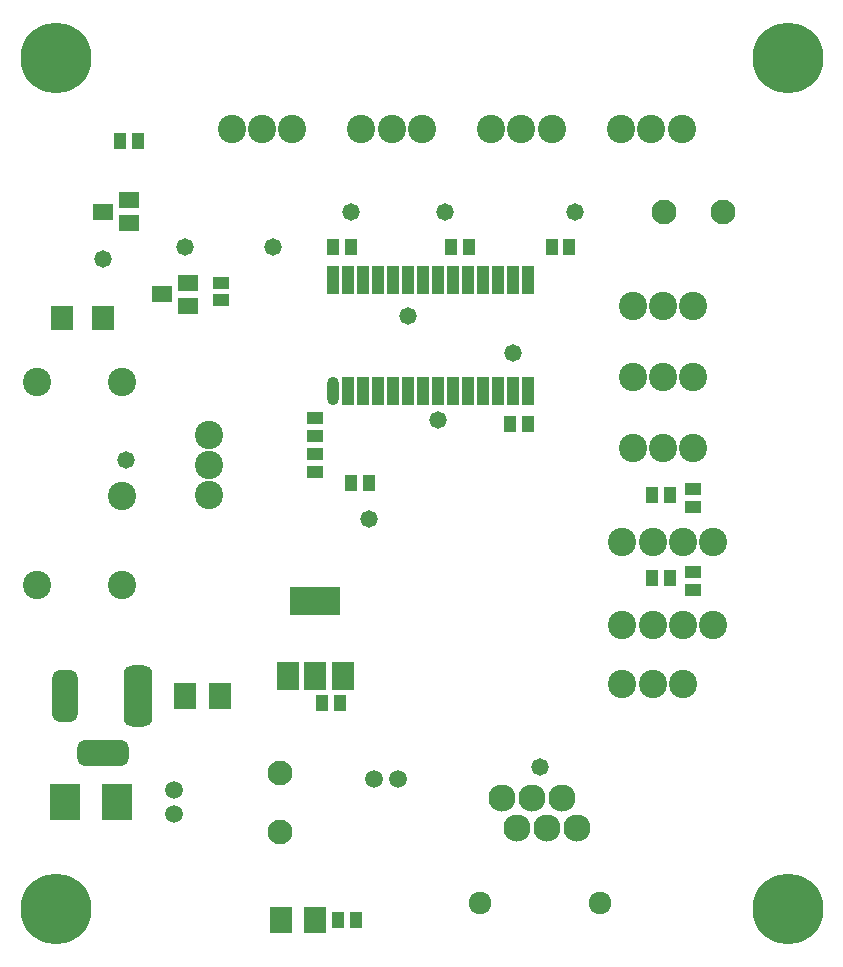
<source format=gts>
%FSLAX44Y44*%
%MOMM*%
G71*
G01*
G75*
G04 Layer_Color=8388736*
%ADD10R,0.6000X1.0000*%
%ADD11R,1.4500X1.8000*%
%ADD12R,2.1590X2.7430*%
%ADD13R,1.5200X1.6800*%
%ADD14R,1.4000X1.0000*%
%ADD15R,0.6000X2.0000*%
%ADD16O,0.6000X2.0000*%
%ADD17R,1.0000X0.6000*%
%ADD18R,1.5000X2.0000*%
%ADD19C,0.2580*%
%ADD20C,1.0000*%
%ADD21C,0.3000*%
%ADD22R,3.8000X2.0000*%
%ADD23C,1.9000*%
%ADD24C,1.5240*%
%ADD25C,2.0000*%
G04:AMPARAMS|DCode=26|XSize=4.8mm|YSize=2mm|CornerRadius=0.5mm|HoleSize=0mm|Usage=FLASHONLY|Rotation=270.000|XOffset=0mm|YOffset=0mm|HoleType=Round|Shape=RoundedRectangle|*
%AMROUNDEDRECTD26*
21,1,4.8000,1.0000,0,0,270.0*
21,1,3.8000,2.0000,0,0,270.0*
1,1,1.0000,-0.5000,-1.9000*
1,1,1.0000,-0.5000,1.9000*
1,1,1.0000,0.5000,1.9000*
1,1,1.0000,0.5000,-1.9000*
%
%ADD26ROUNDEDRECTD26*%
G04:AMPARAMS|DCode=27|XSize=4mm|YSize=1.8mm|CornerRadius=0.45mm|HoleSize=0mm|Usage=FLASHONLY|Rotation=270.000|XOffset=0mm|YOffset=0mm|HoleType=Round|Shape=RoundedRectangle|*
%AMROUNDEDRECTD27*
21,1,4.0000,0.9000,0,0,270.0*
21,1,3.1000,1.8000,0,0,270.0*
1,1,0.9000,-0.4500,-1.5500*
1,1,0.9000,-0.4500,1.5500*
1,1,0.9000,0.4500,1.5500*
1,1,0.9000,0.4500,-1.5500*
%
%ADD27ROUNDEDRECTD27*%
G04:AMPARAMS|DCode=28|XSize=4mm|YSize=1.8mm|CornerRadius=0.45mm|HoleSize=0mm|Usage=FLASHONLY|Rotation=0.000|XOffset=0mm|YOffset=0mm|HoleType=Round|Shape=RoundedRectangle|*
%AMROUNDEDRECTD28*
21,1,4.0000,0.9000,0,0,0.0*
21,1,3.1000,1.8000,0,0,0.0*
1,1,0.9000,1.5500,-0.4500*
1,1,0.9000,-1.5500,-0.4500*
1,1,0.9000,-1.5500,0.4500*
1,1,0.9000,1.5500,0.4500*
%
%ADD28ROUNDEDRECTD28*%
%ADD29C,4.0000*%
%ADD30C,1.7000*%
%ADD31C,1.1000*%
%ADD32C,1.2700*%
%ADD33C,0.2000*%
%ADD34C,0.2540*%
%ADD35C,0.1000*%
%ADD36R,1.1000X2.0000*%
%ADD37R,2.0000X1.1000*%
%ADD38R,1.0000X0.5000*%
%ADD39R,0.5000X1.0000*%
%ADD40R,1.0000X1.4000*%
%ADD41R,1.8500X2.2000*%
%ADD42R,2.5590X3.1430*%
%ADD43R,1.9200X2.0800*%
%ADD44R,1.8000X1.4000*%
%ADD45R,1.0000X2.4000*%
%ADD46O,1.0000X2.4000*%
%ADD47R,1.4000X1.0000*%
%ADD48R,1.9000X2.4000*%
%ADD49R,4.2000X2.4000*%
%ADD50C,2.3000*%
%ADD51C,1.9240*%
%ADD52C,2.4000*%
G04:AMPARAMS|DCode=53|XSize=5.2mm|YSize=2.4mm|CornerRadius=0.7mm|HoleSize=0mm|Usage=FLASHONLY|Rotation=270.000|XOffset=0mm|YOffset=0mm|HoleType=Round|Shape=RoundedRectangle|*
%AMROUNDEDRECTD53*
21,1,5.2000,1.0000,0,0,270.0*
21,1,3.8000,2.4000,0,0,270.0*
1,1,1.4000,-0.5000,-1.9000*
1,1,1.4000,-0.5000,1.9000*
1,1,1.4000,0.5000,1.9000*
1,1,1.4000,0.5000,-1.9000*
%
%ADD53ROUNDEDRECTD53*%
G04:AMPARAMS|DCode=54|XSize=4.4mm|YSize=2.2mm|CornerRadius=0.65mm|HoleSize=0mm|Usage=FLASHONLY|Rotation=270.000|XOffset=0mm|YOffset=0mm|HoleType=Round|Shape=RoundedRectangle|*
%AMROUNDEDRECTD54*
21,1,4.4000,0.9000,0,0,270.0*
21,1,3.1000,2.2000,0,0,270.0*
1,1,1.3000,-0.4500,-1.5500*
1,1,1.3000,-0.4500,1.5500*
1,1,1.3000,0.4500,1.5500*
1,1,1.3000,0.4500,-1.5500*
%
%ADD54ROUNDEDRECTD54*%
G04:AMPARAMS|DCode=55|XSize=4.4mm|YSize=2.2mm|CornerRadius=0.65mm|HoleSize=0mm|Usage=FLASHONLY|Rotation=0.000|XOffset=0mm|YOffset=0mm|HoleType=Round|Shape=RoundedRectangle|*
%AMROUNDEDRECTD55*
21,1,4.4000,0.9000,0,0,0.0*
21,1,3.1000,2.2000,0,0,0.0*
1,1,1.3000,1.5500,-0.4500*
1,1,1.3000,-1.5500,-0.4500*
1,1,1.3000,-1.5500,0.4500*
1,1,1.3000,1.5500,0.4500*
%
%ADD55ROUNDEDRECTD55*%
%ADD56C,6.0000*%
%ADD57C,2.1000*%
%ADD58C,1.5000*%
%ADD59C,1.4732*%
D40*
X291000Y224000D02*
D03*
X276000D02*
D03*
X105000Y700000D02*
D03*
X120000Y700000D02*
D03*
X555000Y400000D02*
D03*
X570000Y400000D02*
D03*
X435000Y460000D02*
D03*
X450000D02*
D03*
X315000Y410000D02*
D03*
X300000D02*
D03*
X555000Y330000D02*
D03*
X570000Y330000D02*
D03*
X485000Y610000D02*
D03*
X470000D02*
D03*
X285000Y610000D02*
D03*
X300000Y610000D02*
D03*
X385000Y610000D02*
D03*
X400000Y610000D02*
D03*
X304000Y40000D02*
D03*
X289000D02*
D03*
D41*
X240500D02*
D03*
X270000D02*
D03*
X189500Y230000D02*
D03*
X160000D02*
D03*
D42*
X57900Y140000D02*
D03*
X102100D02*
D03*
D43*
X90000Y550000D02*
D03*
X55500D02*
D03*
D44*
X112000Y630500D02*
D03*
X90000Y640000D02*
D03*
X112000Y649500D02*
D03*
X162000Y560500D02*
D03*
X140000Y570000D02*
D03*
X162000Y579500D02*
D03*
D45*
X412000Y582000D02*
D03*
X399300D02*
D03*
X386600D02*
D03*
X373900D02*
D03*
X361200D02*
D03*
X348500D02*
D03*
X323100D02*
D03*
X335800D02*
D03*
X310400D02*
D03*
X297700D02*
D03*
X285000D02*
D03*
X424700D02*
D03*
X437400D02*
D03*
X450100D02*
D03*
Y488000D02*
D03*
X437400D02*
D03*
X424700D02*
D03*
X297700D02*
D03*
X310400D02*
D03*
X335800D02*
D03*
X323100D02*
D03*
X348500D02*
D03*
X361200D02*
D03*
X373900D02*
D03*
X386600D02*
D03*
X399300D02*
D03*
X412000D02*
D03*
D46*
X285000D02*
D03*
D47*
X590000Y405000D02*
D03*
X590000Y390000D02*
D03*
X270000Y435000D02*
D03*
X270000Y420000D02*
D03*
X590000Y335000D02*
D03*
Y320000D02*
D03*
X270000Y465000D02*
D03*
X270000Y450000D02*
D03*
X190000Y565000D02*
D03*
X190000Y580000D02*
D03*
D48*
X270000Y247000D02*
D03*
X293000D02*
D03*
X247000D02*
D03*
D49*
X270000Y310000D02*
D03*
D50*
X479050Y143250D02*
D03*
X453650D02*
D03*
X466350Y117850D02*
D03*
X491750D02*
D03*
X440950D02*
D03*
X428250Y143250D02*
D03*
D51*
X409200Y54350D02*
D03*
X510800D02*
D03*
D52*
X180000Y451000D02*
D03*
Y425500D02*
D03*
Y400000D02*
D03*
X199000Y710000D02*
D03*
X224500D02*
D03*
X250000D02*
D03*
X309000D02*
D03*
X334500D02*
D03*
X360000D02*
D03*
X470000D02*
D03*
X444500D02*
D03*
X419000D02*
D03*
X580000D02*
D03*
X554500D02*
D03*
X529000D02*
D03*
X106000Y324000D02*
D03*
Y496000D02*
D03*
X34000D02*
D03*
Y324000D02*
D03*
X106000Y399000D02*
D03*
X590000Y560000D02*
D03*
X564500D02*
D03*
X539000D02*
D03*
X590000Y500000D02*
D03*
X564500D02*
D03*
X539000D02*
D03*
X590000Y440000D02*
D03*
X564500D02*
D03*
X539000D02*
D03*
X581000Y360000D02*
D03*
X606500Y360000D02*
D03*
X555500Y360000D02*
D03*
X530000D02*
D03*
X581000Y290000D02*
D03*
X606500Y290000D02*
D03*
X555500Y290000D02*
D03*
X530000D02*
D03*
X555500Y240000D02*
D03*
X530000D02*
D03*
X581000D02*
D03*
D53*
X120000Y230000D02*
D03*
D54*
X58000D02*
D03*
D55*
X90000Y182000D02*
D03*
D56*
X670000Y770000D02*
D03*
Y50000D02*
D03*
X50000D02*
D03*
Y770000D02*
D03*
D57*
X565000Y640000D02*
D03*
X615000D02*
D03*
X240000Y115000D02*
D03*
Y165000D02*
D03*
D58*
X150000Y130000D02*
D03*
Y150000D02*
D03*
X340000Y160000D02*
D03*
X320000D02*
D03*
D59*
X348500Y551500D02*
D03*
X437400Y520000D02*
D03*
X234500Y610000D02*
D03*
X315000Y380000D02*
D03*
X373900Y463900D02*
D03*
X110000Y430000D02*
D03*
X90000Y600000D02*
D03*
X460000Y170000D02*
D03*
X300000Y640000D02*
D03*
X490000D02*
D03*
X380000D02*
D03*
X160000Y610000D02*
D03*
M02*

</source>
